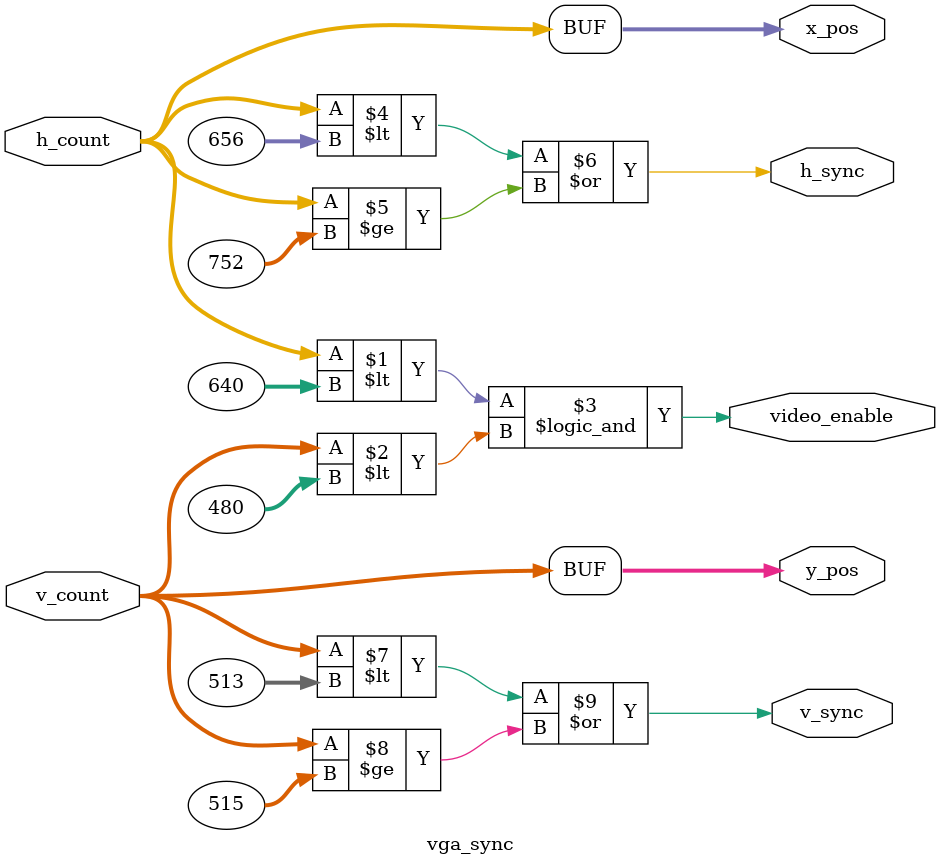
<source format=v>
`timescale 1ns / 1ps

module vga_sync( h_count, v_count, h_sync, v_sync, video_enable, x_pos, y_pos);
    input[9:0] h_count; // from h_counter module
    input[9:0] v_count; // from v_counter module
    output h_sync; // when to move to next row
    output v_sync; // when to move back to top of screen
    output video_enable; // active area
    output[9:0] x_pos; // current x location of the pixel
    output[9:0] y_pos; // current y location of the pixel
    
    // Horizontal
    parameter HD = 640; // Horizontal Display Area
    parameter HF = 16; // Horizontal  Right Border
    parameter HB = 48; // Horizontal  Left Border
    parameter HR = 96; // Horizontal Retrace
    
    // Vertical
    parameter VD = 480; // Vertical Display Area
    parameter VF = 33; // Vertical Bottom Border 
    parameter VB =  10; // Vertical Top Border
    parameter VR =  2; // Vertical Retrace
    
    assign video_enable = h_count < HD && v_count < VD; // if in the displayable region then 1 else 0
    assign x_pos = h_count; // x location same as h_count
    assign y_pos = v_count; // y location same as v_count
    assign h_sync = h_count < HD + HF | h_count >= HD + HF + HR; // 1 for left to right then 0 reset back to left
    assign v_sync = v_count < VD + VF | v_count >= VD + VF + VR; // 1 for up to down then 0 reset back to up
endmodule
</source>
